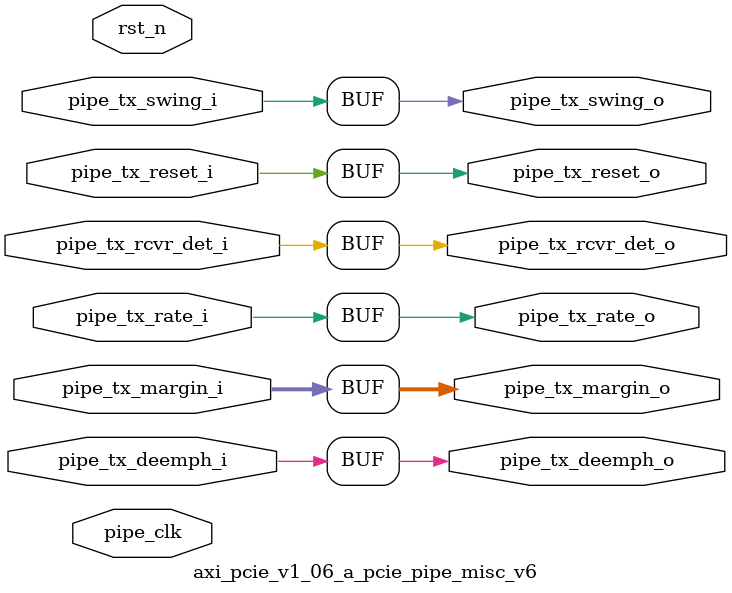
<source format=v>

`timescale 1ns/1ns

module axi_pcie_v1_06_a_pcie_pipe_misc_v6 #
(
    parameter        PIPE_PIPELINE_STAGES = 0    // 0 - 0 stages, 1 - 1 stage, 2 - 2 stages
)
(

    input   wire        pipe_tx_rcvr_det_i       ,
    input   wire        pipe_tx_reset_i          ,
    input   wire        pipe_tx_rate_i           ,
    input   wire        pipe_tx_deemph_i         ,
    input   wire [2:0]  pipe_tx_margin_i         ,
    input   wire        pipe_tx_swing_i          ,

    output  wire        pipe_tx_rcvr_det_o       ,
    output  wire        pipe_tx_reset_o          ,
    output  wire        pipe_tx_rate_o           ,
    output  wire        pipe_tx_deemph_o         ,
    output  wire [2:0]  pipe_tx_margin_o         ,
    output  wire        pipe_tx_swing_o          ,
 
    input   wire        pipe_clk                , 
    input   wire        rst_n 
);

//******************************************************************//
// Reality check.                                                   //
//******************************************************************//

    localparam TCQ  = 1;      // clock to out delay model

    reg                pipe_tx_rcvr_det_q       ;
    reg                pipe_tx_reset_q          ;
    reg                pipe_tx_rate_q           ;
    reg                pipe_tx_deemph_q         ;
    reg [2:0]          pipe_tx_margin_q         ;
    reg                pipe_tx_swing_q          ;

    reg                pipe_tx_rcvr_det_qq      ;
    reg                pipe_tx_reset_qq         ;
    reg                pipe_tx_rate_qq          ;
    reg                pipe_tx_deemph_qq        ;
    reg [2:0]          pipe_tx_margin_qq        ;
    reg                pipe_tx_swing_qq         ;

    generate

      if (PIPE_PIPELINE_STAGES == 0) begin


        assign pipe_tx_rcvr_det_o = pipe_tx_rcvr_det_i;
        assign pipe_tx_reset_o  = pipe_tx_reset_i;
        assign pipe_tx_rate_o = pipe_tx_rate_i;
        assign pipe_tx_deemph_o = pipe_tx_deemph_i;
        assign pipe_tx_margin_o = pipe_tx_margin_i;
        assign pipe_tx_swing_o = pipe_tx_swing_i;

      end else if (PIPE_PIPELINE_STAGES == 1) begin

        always @(posedge pipe_clk) begin

          if (rst_n) begin

            pipe_tx_rcvr_det_q <= #TCQ 0;
            pipe_tx_reset_q  <= #TCQ 1'b1;
            pipe_tx_rate_q <= #TCQ 0;
            pipe_tx_deemph_q <= #TCQ 1'b1;
            pipe_tx_margin_q <= #TCQ 0;
            pipe_tx_swing_q <= #TCQ 0;

          end else begin
       
            pipe_tx_rcvr_det_q <= #TCQ pipe_tx_rcvr_det_i;
            pipe_tx_reset_q  <= #TCQ pipe_tx_reset_i;
            pipe_tx_rate_q <= #TCQ pipe_tx_rate_i;
            pipe_tx_deemph_q <= #TCQ pipe_tx_deemph_i;
            pipe_tx_margin_q <= #TCQ pipe_tx_margin_i;
            pipe_tx_swing_q <= #TCQ pipe_tx_swing_i;

          end
       
        end

        assign pipe_tx_rcvr_det_o = pipe_tx_rcvr_det_q;
        assign pipe_tx_reset_o  = pipe_tx_reset_q;
        assign pipe_tx_rate_o = pipe_tx_rate_q;
        assign pipe_tx_deemph_o = pipe_tx_deemph_q;
        assign pipe_tx_margin_o = pipe_tx_margin_q;
        assign pipe_tx_swing_o = pipe_tx_swing_q;

      end else if (PIPE_PIPELINE_STAGES == 2) begin

        always @(posedge pipe_clk) begin

          if (rst_n) begin

            pipe_tx_rcvr_det_q <= #TCQ 0;
            pipe_tx_reset_q  <= #TCQ 1'b1;
            pipe_tx_rate_q <= #TCQ 0;
            pipe_tx_deemph_q <= #TCQ 1'b1;
            pipe_tx_margin_q <= #TCQ 0;
            pipe_tx_swing_q <= #TCQ 0;

            pipe_tx_rcvr_det_qq <= #TCQ 0;
            pipe_tx_reset_qq  <= #TCQ 1'b1;
            pipe_tx_rate_qq <= #TCQ 0;
            pipe_tx_deemph_qq <= #TCQ 1'b1;
            pipe_tx_margin_qq <= #TCQ 0;
            pipe_tx_swing_qq <= #TCQ 0;

          end else begin
       
            pipe_tx_rcvr_det_q <= #TCQ pipe_tx_rcvr_det_i;
            pipe_tx_reset_q  <= #TCQ pipe_tx_reset_i;
            pipe_tx_rate_q <= #TCQ pipe_tx_rate_i;
            pipe_tx_deemph_q <= #TCQ pipe_tx_deemph_i;
            pipe_tx_margin_q <= #TCQ pipe_tx_margin_i;
            pipe_tx_swing_q <= #TCQ pipe_tx_swing_i;

            pipe_tx_rcvr_det_qq <= #TCQ pipe_tx_rcvr_det_q;
            pipe_tx_reset_qq  <= #TCQ pipe_tx_reset_q;
            pipe_tx_rate_qq <= #TCQ pipe_tx_rate_q;
            pipe_tx_deemph_qq <= #TCQ pipe_tx_deemph_q;
            pipe_tx_margin_qq <= #TCQ pipe_tx_margin_q;
            pipe_tx_swing_qq <= #TCQ pipe_tx_swing_q;

          end
       
        end

        assign pipe_tx_rcvr_det_o = pipe_tx_rcvr_det_qq;
        assign pipe_tx_reset_o  = pipe_tx_reset_qq;
        assign pipe_tx_rate_o = pipe_tx_rate_qq;
        assign pipe_tx_deemph_o = pipe_tx_deemph_qq;
        assign pipe_tx_margin_o = pipe_tx_margin_qq;
        assign pipe_tx_swing_o = pipe_tx_swing_qq;

      end

    endgenerate

endmodule

</source>
